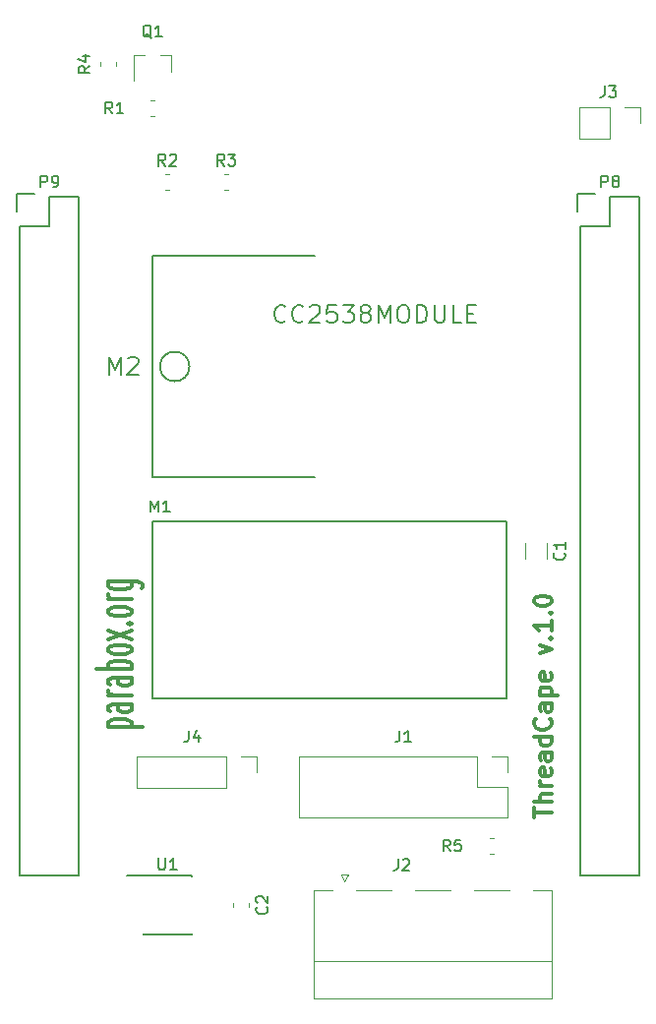
<source format=gto>
G04 #@! TF.GenerationSoftware,KiCad,Pcbnew,5.0.0-rc1-44a33f2~62~ubuntu16.04.1*
G04 #@! TF.CreationDate,2018-04-01T18:34:43+03:00*
G04 #@! TF.ProjectId,BeagleBone-Black-Cape,426561676C65426F6E652D426C61636B,rev?*
G04 #@! TF.SameCoordinates,Original*
G04 #@! TF.FileFunction,Legend,Top*
G04 #@! TF.FilePolarity,Positive*
%FSLAX46Y46*%
G04 Gerber Fmt 4.6, Leading zero omitted, Abs format (unit mm)*
G04 Created by KiCad (PCBNEW 5.0.0-rc1-44a33f2~62~ubuntu16.04.1) date Sun Apr  1 18:34:43 2018*
%MOMM*%
%LPD*%
G01*
G04 APERTURE LIST*
%ADD10C,0.300000*%
%ADD11C,0.150000*%
%ADD12C,0.120000*%
%ADD13C,0.127000*%
G04 APERTURE END LIST*
D10*
X159363671Y-114534542D02*
X159363671Y-113677400D01*
X160863671Y-114105971D02*
X159363671Y-114105971D01*
X160863671Y-113177400D02*
X159363671Y-113177400D01*
X160863671Y-112534542D02*
X160077957Y-112534542D01*
X159935100Y-112605971D01*
X159863671Y-112748828D01*
X159863671Y-112963114D01*
X159935100Y-113105971D01*
X160006528Y-113177400D01*
X160863671Y-111820257D02*
X159863671Y-111820257D01*
X160149385Y-111820257D02*
X160006528Y-111748828D01*
X159935100Y-111677400D01*
X159863671Y-111534542D01*
X159863671Y-111391685D01*
X160792242Y-110320257D02*
X160863671Y-110463114D01*
X160863671Y-110748828D01*
X160792242Y-110891685D01*
X160649385Y-110963114D01*
X160077957Y-110963114D01*
X159935100Y-110891685D01*
X159863671Y-110748828D01*
X159863671Y-110463114D01*
X159935100Y-110320257D01*
X160077957Y-110248828D01*
X160220814Y-110248828D01*
X160363671Y-110963114D01*
X160863671Y-108963114D02*
X160077957Y-108963114D01*
X159935100Y-109034542D01*
X159863671Y-109177400D01*
X159863671Y-109463114D01*
X159935100Y-109605971D01*
X160792242Y-108963114D02*
X160863671Y-109105971D01*
X160863671Y-109463114D01*
X160792242Y-109605971D01*
X160649385Y-109677400D01*
X160506528Y-109677400D01*
X160363671Y-109605971D01*
X160292242Y-109463114D01*
X160292242Y-109105971D01*
X160220814Y-108963114D01*
X160863671Y-107605971D02*
X159363671Y-107605971D01*
X160792242Y-107605971D02*
X160863671Y-107748828D01*
X160863671Y-108034542D01*
X160792242Y-108177400D01*
X160720814Y-108248828D01*
X160577957Y-108320257D01*
X160149385Y-108320257D01*
X160006528Y-108248828D01*
X159935100Y-108177400D01*
X159863671Y-108034542D01*
X159863671Y-107748828D01*
X159935100Y-107605971D01*
X160720814Y-106034542D02*
X160792242Y-106105971D01*
X160863671Y-106320257D01*
X160863671Y-106463114D01*
X160792242Y-106677400D01*
X160649385Y-106820257D01*
X160506528Y-106891685D01*
X160220814Y-106963114D01*
X160006528Y-106963114D01*
X159720814Y-106891685D01*
X159577957Y-106820257D01*
X159435100Y-106677400D01*
X159363671Y-106463114D01*
X159363671Y-106320257D01*
X159435100Y-106105971D01*
X159506528Y-106034542D01*
X160863671Y-104748828D02*
X160077957Y-104748828D01*
X159935100Y-104820257D01*
X159863671Y-104963114D01*
X159863671Y-105248828D01*
X159935100Y-105391685D01*
X160792242Y-104748828D02*
X160863671Y-104891685D01*
X160863671Y-105248828D01*
X160792242Y-105391685D01*
X160649385Y-105463114D01*
X160506528Y-105463114D01*
X160363671Y-105391685D01*
X160292242Y-105248828D01*
X160292242Y-104891685D01*
X160220814Y-104748828D01*
X159863671Y-104034542D02*
X161363671Y-104034542D01*
X159935100Y-104034542D02*
X159863671Y-103891685D01*
X159863671Y-103605971D01*
X159935100Y-103463114D01*
X160006528Y-103391685D01*
X160149385Y-103320257D01*
X160577957Y-103320257D01*
X160720814Y-103391685D01*
X160792242Y-103463114D01*
X160863671Y-103605971D01*
X160863671Y-103891685D01*
X160792242Y-104034542D01*
X160792242Y-102105971D02*
X160863671Y-102248828D01*
X160863671Y-102534542D01*
X160792242Y-102677400D01*
X160649385Y-102748828D01*
X160077957Y-102748828D01*
X159935100Y-102677400D01*
X159863671Y-102534542D01*
X159863671Y-102248828D01*
X159935100Y-102105971D01*
X160077957Y-102034542D01*
X160220814Y-102034542D01*
X160363671Y-102748828D01*
X159863671Y-100391685D02*
X160863671Y-100034542D01*
X159863671Y-99677400D01*
X160720814Y-99105971D02*
X160792242Y-99034542D01*
X160863671Y-99105971D01*
X160792242Y-99177400D01*
X160720814Y-99105971D01*
X160863671Y-99105971D01*
X160863671Y-97605971D02*
X160863671Y-98463114D01*
X160863671Y-98034542D02*
X159363671Y-98034542D01*
X159577957Y-98177400D01*
X159720814Y-98320257D01*
X159792242Y-98463114D01*
X160720814Y-96963114D02*
X160792242Y-96891685D01*
X160863671Y-96963114D01*
X160792242Y-97034542D01*
X160720814Y-96963114D01*
X160863671Y-96963114D01*
X159363671Y-95963114D02*
X159363671Y-95820257D01*
X159435100Y-95677400D01*
X159506528Y-95605971D01*
X159649385Y-95534542D01*
X159935100Y-95463114D01*
X160292242Y-95463114D01*
X160577957Y-95534542D01*
X160720814Y-95605971D01*
X160792242Y-95677400D01*
X160863671Y-95820257D01*
X160863671Y-95963114D01*
X160792242Y-96105971D01*
X160720814Y-96177400D01*
X160577957Y-96248828D01*
X160292242Y-96320257D01*
X159935100Y-96320257D01*
X159649385Y-96248828D01*
X159506528Y-96177400D01*
X159435100Y-96105971D01*
X159363671Y-95963114D01*
X122712242Y-106768114D02*
X125712242Y-106768114D01*
X122855100Y-106768114D02*
X122712242Y-106625257D01*
X122712242Y-106339542D01*
X122855100Y-106196685D01*
X122997957Y-106125257D01*
X123283671Y-106053828D01*
X124140814Y-106053828D01*
X124426528Y-106125257D01*
X124569385Y-106196685D01*
X124712242Y-106339542D01*
X124712242Y-106625257D01*
X124569385Y-106768114D01*
X124712242Y-104768114D02*
X123140814Y-104768114D01*
X122855100Y-104839542D01*
X122712242Y-104982399D01*
X122712242Y-105268114D01*
X122855100Y-105410971D01*
X124569385Y-104768114D02*
X124712242Y-104910971D01*
X124712242Y-105268114D01*
X124569385Y-105410971D01*
X124283671Y-105482399D01*
X123997957Y-105482399D01*
X123712242Y-105410971D01*
X123569385Y-105268114D01*
X123569385Y-104910971D01*
X123426528Y-104768114D01*
X124712242Y-104053828D02*
X122712242Y-104053828D01*
X123283671Y-104053828D02*
X122997957Y-103982399D01*
X122855100Y-103910971D01*
X122712242Y-103768114D01*
X122712242Y-103625257D01*
X124712242Y-102482399D02*
X123140814Y-102482399D01*
X122855100Y-102553828D01*
X122712242Y-102696685D01*
X122712242Y-102982399D01*
X122855100Y-103125257D01*
X124569385Y-102482399D02*
X124712242Y-102625257D01*
X124712242Y-102982399D01*
X124569385Y-103125257D01*
X124283671Y-103196685D01*
X123997957Y-103196685D01*
X123712242Y-103125257D01*
X123569385Y-102982399D01*
X123569385Y-102625257D01*
X123426528Y-102482399D01*
X124712242Y-101768114D02*
X121712242Y-101768114D01*
X122855100Y-101768114D02*
X122712242Y-101625257D01*
X122712242Y-101339542D01*
X122855100Y-101196685D01*
X122997957Y-101125257D01*
X123283671Y-101053828D01*
X124140814Y-101053828D01*
X124426528Y-101125257D01*
X124569385Y-101196685D01*
X124712242Y-101339542D01*
X124712242Y-101625257D01*
X124569385Y-101768114D01*
X124712242Y-100196685D02*
X124569385Y-100339542D01*
X124426528Y-100410971D01*
X124140814Y-100482399D01*
X123283671Y-100482399D01*
X122997957Y-100410971D01*
X122855100Y-100339542D01*
X122712242Y-100196685D01*
X122712242Y-99982399D01*
X122855100Y-99839542D01*
X122997957Y-99768114D01*
X123283671Y-99696685D01*
X124140814Y-99696685D01*
X124426528Y-99768114D01*
X124569385Y-99839542D01*
X124712242Y-99982399D01*
X124712242Y-100196685D01*
X124712242Y-99196685D02*
X122712242Y-98410971D01*
X122712242Y-99196685D02*
X124712242Y-98410971D01*
X124426528Y-97839542D02*
X124569385Y-97768114D01*
X124712242Y-97839542D01*
X124569385Y-97910971D01*
X124426528Y-97839542D01*
X124712242Y-97839542D01*
X124712242Y-96910971D02*
X124569385Y-97053828D01*
X124426528Y-97125257D01*
X124140814Y-97196685D01*
X123283671Y-97196685D01*
X122997957Y-97125257D01*
X122855100Y-97053828D01*
X122712242Y-96910971D01*
X122712242Y-96696685D01*
X122855100Y-96553828D01*
X122997957Y-96482399D01*
X123283671Y-96410971D01*
X124140814Y-96410971D01*
X124426528Y-96482399D01*
X124569385Y-96553828D01*
X124712242Y-96696685D01*
X124712242Y-96910971D01*
X124712242Y-95768114D02*
X122712242Y-95768114D01*
X123283671Y-95768114D02*
X122997957Y-95696685D01*
X122855100Y-95625257D01*
X122712242Y-95482399D01*
X122712242Y-95339542D01*
X122712242Y-94196685D02*
X125140814Y-94196685D01*
X125426528Y-94268114D01*
X125569385Y-94339542D01*
X125712242Y-94482399D01*
X125712242Y-94696685D01*
X125569385Y-94839542D01*
X124569385Y-94196685D02*
X124712242Y-94339542D01*
X124712242Y-94625257D01*
X124569385Y-94768114D01*
X124426528Y-94839542D01*
X124140814Y-94910971D01*
X123283671Y-94910971D01*
X122997957Y-94839542D01*
X122855100Y-94768114D01*
X122712242Y-94625257D01*
X122712242Y-94339542D01*
X122855100Y-94196685D01*
D11*
X168440100Y-119532400D02*
X168440100Y-61112400D01*
X163360100Y-119532400D02*
X163360100Y-63652400D01*
X168440100Y-119532400D02*
X163360100Y-119532400D01*
X168440100Y-61112400D02*
X165900100Y-61112400D01*
X164630100Y-60832400D02*
X163080100Y-60832400D01*
X165900100Y-61112400D02*
X165900100Y-63652400D01*
X165900100Y-63652400D02*
X163360100Y-63652400D01*
X163080100Y-60832400D02*
X163080100Y-62382400D01*
X120180100Y-119532400D02*
X120180100Y-61112400D01*
X115100100Y-119532400D02*
X115100100Y-63652400D01*
X120180100Y-119532400D02*
X115100100Y-119532400D01*
X120180100Y-61112400D02*
X117640100Y-61112400D01*
X116370100Y-60832400D02*
X114820100Y-60832400D01*
X117640100Y-61112400D02*
X117640100Y-63652400D01*
X117640100Y-63652400D02*
X115100100Y-63652400D01*
X114820100Y-60832400D02*
X114820100Y-62382400D01*
D12*
X160460100Y-90942400D02*
X160460100Y-92242400D01*
X158640100Y-90942400D02*
X158640100Y-92242400D01*
X134860100Y-121922400D02*
X134860100Y-122222400D01*
X133440100Y-121922400D02*
X133440100Y-122222400D01*
X139170100Y-109312400D02*
X139170100Y-114512400D01*
X154470100Y-109312400D02*
X139170100Y-109312400D01*
X157070100Y-114512400D02*
X139170100Y-114512400D01*
X154470100Y-109312400D02*
X154470100Y-111912400D01*
X154470100Y-111912400D02*
X157070100Y-111912400D01*
X157070100Y-111912400D02*
X157070100Y-114512400D01*
X155740100Y-109312400D02*
X157070100Y-109312400D01*
X157070100Y-109312400D02*
X157070100Y-110642400D01*
X140420100Y-120792400D02*
X140420100Y-130152400D01*
X140420100Y-130152400D02*
X160900100Y-130152400D01*
X160900100Y-130152400D02*
X160900100Y-120792400D01*
X140420100Y-120792400D02*
X141990100Y-120792400D01*
X160900100Y-120792400D02*
X159330100Y-120792400D01*
X144090100Y-120792400D02*
X147070100Y-120792400D01*
X149170100Y-120792400D02*
X152150100Y-120792400D01*
X154250100Y-120792400D02*
X157230100Y-120792400D01*
X140420100Y-126872400D02*
X160900100Y-126872400D01*
X143340100Y-119472400D02*
X143040100Y-120072400D01*
X143040100Y-120072400D02*
X142740100Y-119472400D01*
X142740100Y-119472400D02*
X143340100Y-119472400D01*
X163300100Y-53432400D02*
X163300100Y-56092400D01*
X165900100Y-53432400D02*
X163300100Y-53432400D01*
X165900100Y-56092400D02*
X163300100Y-56092400D01*
X165900100Y-53432400D02*
X165900100Y-56092400D01*
X167170100Y-53432400D02*
X168500100Y-53432400D01*
X168500100Y-53432400D02*
X168500100Y-54762400D01*
X125200100Y-109312400D02*
X125200100Y-111972400D01*
X132880100Y-109312400D02*
X125200100Y-109312400D01*
X132880100Y-111972400D02*
X125200100Y-111972400D01*
X132880100Y-109312400D02*
X132880100Y-111972400D01*
X134150100Y-109312400D02*
X135480100Y-109312400D01*
X135480100Y-109312400D02*
X135480100Y-110642400D01*
D11*
X157010100Y-89052400D02*
X126530100Y-89052400D01*
X126530100Y-89052400D02*
X126530100Y-104292400D01*
X126530100Y-104292400D02*
X157010100Y-104292400D01*
X157010100Y-104292400D02*
X157010100Y-89052400D01*
D12*
X128110100Y-48922400D02*
X127180100Y-48922400D01*
X124950100Y-48922400D02*
X125880100Y-48922400D01*
X124950100Y-48922400D02*
X124950100Y-51082400D01*
X128110100Y-48922400D02*
X128110100Y-50382400D01*
X126380100Y-52782400D02*
X126680100Y-52782400D01*
X126380100Y-54202400D02*
X126680100Y-54202400D01*
X127650100Y-59132400D02*
X127950100Y-59132400D01*
X127650100Y-60552400D02*
X127950100Y-60552400D01*
X132730100Y-59132400D02*
X133030100Y-59132400D01*
X132730100Y-60552400D02*
X133030100Y-60552400D01*
X122010100Y-49832400D02*
X122010100Y-49532400D01*
X123430100Y-49832400D02*
X123430100Y-49532400D01*
X155590100Y-116282400D02*
X155890100Y-116282400D01*
X155590100Y-117702400D02*
X155890100Y-117702400D01*
D11*
X125725100Y-119497400D02*
X125725100Y-119547400D01*
X129875100Y-119497400D02*
X129875100Y-119642400D01*
X129875100Y-124647400D02*
X129875100Y-124502400D01*
X125725100Y-124647400D02*
X125725100Y-124502400D01*
X125725100Y-119497400D02*
X129875100Y-119497400D01*
X125725100Y-124647400D02*
X129875100Y-124647400D01*
X125725100Y-119547400D02*
X124325100Y-119547400D01*
D13*
X126530100Y-85242400D02*
X126530100Y-66192400D01*
X126530100Y-85242400D02*
X140500100Y-85242400D01*
X126530100Y-66192400D02*
X140500100Y-66192400D01*
X129705100Y-75717400D02*
G75*
G03X129705100Y-75717400I-1270000J0D01*
G01*
D11*
X165162004Y-60294780D02*
X165162004Y-59294780D01*
X165542957Y-59294780D01*
X165638195Y-59342400D01*
X165685814Y-59390019D01*
X165733433Y-59485257D01*
X165733433Y-59628114D01*
X165685814Y-59723352D01*
X165638195Y-59770971D01*
X165542957Y-59818590D01*
X165162004Y-59818590D01*
X166304861Y-59723352D02*
X166209623Y-59675733D01*
X166162004Y-59628114D01*
X166114385Y-59532876D01*
X166114385Y-59485257D01*
X166162004Y-59390019D01*
X166209623Y-59342400D01*
X166304861Y-59294780D01*
X166495338Y-59294780D01*
X166590576Y-59342400D01*
X166638195Y-59390019D01*
X166685814Y-59485257D01*
X166685814Y-59532876D01*
X166638195Y-59628114D01*
X166590576Y-59675733D01*
X166495338Y-59723352D01*
X166304861Y-59723352D01*
X166209623Y-59770971D01*
X166162004Y-59818590D01*
X166114385Y-59913828D01*
X166114385Y-60104304D01*
X166162004Y-60199542D01*
X166209623Y-60247161D01*
X166304861Y-60294780D01*
X166495338Y-60294780D01*
X166590576Y-60247161D01*
X166638195Y-60199542D01*
X166685814Y-60104304D01*
X166685814Y-59913828D01*
X166638195Y-59818590D01*
X166590576Y-59770971D01*
X166495338Y-59723352D01*
X116902004Y-60294780D02*
X116902004Y-59294780D01*
X117282957Y-59294780D01*
X117378195Y-59342400D01*
X117425814Y-59390019D01*
X117473433Y-59485257D01*
X117473433Y-59628114D01*
X117425814Y-59723352D01*
X117378195Y-59770971D01*
X117282957Y-59818590D01*
X116902004Y-59818590D01*
X117949623Y-60294780D02*
X118140100Y-60294780D01*
X118235338Y-60247161D01*
X118282957Y-60199542D01*
X118378195Y-60056685D01*
X118425814Y-59866209D01*
X118425814Y-59485257D01*
X118378195Y-59390019D01*
X118330576Y-59342400D01*
X118235338Y-59294780D01*
X118044861Y-59294780D01*
X117949623Y-59342400D01*
X117902004Y-59390019D01*
X117854385Y-59485257D01*
X117854385Y-59723352D01*
X117902004Y-59818590D01*
X117949623Y-59866209D01*
X118044861Y-59913828D01*
X118235338Y-59913828D01*
X118330576Y-59866209D01*
X118378195Y-59818590D01*
X118425814Y-59723352D01*
X161957242Y-91759066D02*
X162004861Y-91806685D01*
X162052480Y-91949542D01*
X162052480Y-92044780D01*
X162004861Y-92187638D01*
X161909623Y-92282876D01*
X161814385Y-92330495D01*
X161623909Y-92378114D01*
X161481052Y-92378114D01*
X161290576Y-92330495D01*
X161195338Y-92282876D01*
X161100100Y-92187638D01*
X161052480Y-92044780D01*
X161052480Y-91949542D01*
X161100100Y-91806685D01*
X161147719Y-91759066D01*
X162052480Y-90806685D02*
X162052480Y-91378114D01*
X162052480Y-91092400D02*
X161052480Y-91092400D01*
X161195338Y-91187638D01*
X161290576Y-91282876D01*
X161338195Y-91378114D01*
X136357242Y-122239066D02*
X136404861Y-122286685D01*
X136452480Y-122429542D01*
X136452480Y-122524780D01*
X136404861Y-122667638D01*
X136309623Y-122762876D01*
X136214385Y-122810495D01*
X136023909Y-122858114D01*
X135881052Y-122858114D01*
X135690576Y-122810495D01*
X135595338Y-122762876D01*
X135500100Y-122667638D01*
X135452480Y-122524780D01*
X135452480Y-122429542D01*
X135500100Y-122286685D01*
X135547719Y-122239066D01*
X135547719Y-121858114D02*
X135500100Y-121810495D01*
X135452480Y-121715257D01*
X135452480Y-121477161D01*
X135500100Y-121381923D01*
X135547719Y-121334304D01*
X135642957Y-121286685D01*
X135738195Y-121286685D01*
X135881052Y-121334304D01*
X136452480Y-121905733D01*
X136452480Y-121286685D01*
X147786766Y-107046780D02*
X147786766Y-107761066D01*
X147739147Y-107903923D01*
X147643909Y-107999161D01*
X147501052Y-108046780D01*
X147405814Y-108046780D01*
X148786766Y-108046780D02*
X148215338Y-108046780D01*
X148501052Y-108046780D02*
X148501052Y-107046780D01*
X148405814Y-107189638D01*
X148310576Y-107284876D01*
X148215338Y-107332495D01*
X147659766Y-118095780D02*
X147659766Y-118810066D01*
X147612147Y-118952923D01*
X147516909Y-119048161D01*
X147374052Y-119095780D01*
X147278814Y-119095780D01*
X148088338Y-118191019D02*
X148135957Y-118143400D01*
X148231195Y-118095780D01*
X148469290Y-118095780D01*
X148564528Y-118143400D01*
X148612147Y-118191019D01*
X148659766Y-118286257D01*
X148659766Y-118381495D01*
X148612147Y-118524352D01*
X148040719Y-119095780D01*
X148659766Y-119095780D01*
X165439766Y-51547780D02*
X165439766Y-52262066D01*
X165392147Y-52404923D01*
X165296909Y-52500161D01*
X165154052Y-52547780D01*
X165058814Y-52547780D01*
X165820719Y-51547780D02*
X166439766Y-51547780D01*
X166106433Y-51928733D01*
X166249290Y-51928733D01*
X166344528Y-51976352D01*
X166392147Y-52023971D01*
X166439766Y-52119209D01*
X166439766Y-52357304D01*
X166392147Y-52452542D01*
X166344528Y-52500161D01*
X166249290Y-52547780D01*
X165963576Y-52547780D01*
X165868338Y-52500161D01*
X165820719Y-52452542D01*
X129625766Y-107046780D02*
X129625766Y-107761066D01*
X129578147Y-107903923D01*
X129482909Y-107999161D01*
X129340052Y-108046780D01*
X129244814Y-108046780D01*
X130530528Y-107380114D02*
X130530528Y-108046780D01*
X130292433Y-106999161D02*
X130054338Y-107713447D01*
X130673385Y-107713447D01*
X126355576Y-88234780D02*
X126355576Y-87234780D01*
X126688909Y-87949066D01*
X127022242Y-87234780D01*
X127022242Y-88234780D01*
X128022242Y-88234780D02*
X127450814Y-88234780D01*
X127736528Y-88234780D02*
X127736528Y-87234780D01*
X127641290Y-87377638D01*
X127546052Y-87472876D01*
X127450814Y-87520495D01*
X126434861Y-47436019D02*
X126339623Y-47388400D01*
X126244385Y-47293161D01*
X126101528Y-47150304D01*
X126006290Y-47102685D01*
X125911052Y-47102685D01*
X125958671Y-47340780D02*
X125863433Y-47293161D01*
X125768195Y-47197923D01*
X125720576Y-47007447D01*
X125720576Y-46674114D01*
X125768195Y-46483638D01*
X125863433Y-46388400D01*
X125958671Y-46340780D01*
X126149147Y-46340780D01*
X126244385Y-46388400D01*
X126339623Y-46483638D01*
X126387242Y-46674114D01*
X126387242Y-47007447D01*
X126339623Y-47197923D01*
X126244385Y-47293161D01*
X126149147Y-47340780D01*
X125958671Y-47340780D01*
X127339623Y-47340780D02*
X126768195Y-47340780D01*
X127053909Y-47340780D02*
X127053909Y-46340780D01*
X126958671Y-46483638D01*
X126863433Y-46578876D01*
X126768195Y-46626495D01*
X123061433Y-53944780D02*
X122728100Y-53468590D01*
X122490004Y-53944780D02*
X122490004Y-52944780D01*
X122870957Y-52944780D01*
X122966195Y-52992400D01*
X123013814Y-53040019D01*
X123061433Y-53135257D01*
X123061433Y-53278114D01*
X123013814Y-53373352D01*
X122966195Y-53420971D01*
X122870957Y-53468590D01*
X122490004Y-53468590D01*
X124013814Y-53944780D02*
X123442385Y-53944780D01*
X123728100Y-53944780D02*
X123728100Y-52944780D01*
X123632861Y-53087638D01*
X123537623Y-53182876D01*
X123442385Y-53230495D01*
X127633433Y-58444780D02*
X127300100Y-57968590D01*
X127062004Y-58444780D02*
X127062004Y-57444780D01*
X127442957Y-57444780D01*
X127538195Y-57492400D01*
X127585814Y-57540019D01*
X127633433Y-57635257D01*
X127633433Y-57778114D01*
X127585814Y-57873352D01*
X127538195Y-57920971D01*
X127442957Y-57968590D01*
X127062004Y-57968590D01*
X128014385Y-57540019D02*
X128062004Y-57492400D01*
X128157242Y-57444780D01*
X128395338Y-57444780D01*
X128490576Y-57492400D01*
X128538195Y-57540019D01*
X128585814Y-57635257D01*
X128585814Y-57730495D01*
X128538195Y-57873352D01*
X127966766Y-58444780D01*
X128585814Y-58444780D01*
X132713433Y-58444780D02*
X132380100Y-57968590D01*
X132142004Y-58444780D02*
X132142004Y-57444780D01*
X132522957Y-57444780D01*
X132618195Y-57492400D01*
X132665814Y-57540019D01*
X132713433Y-57635257D01*
X132713433Y-57778114D01*
X132665814Y-57873352D01*
X132618195Y-57920971D01*
X132522957Y-57968590D01*
X132142004Y-57968590D01*
X133046766Y-57444780D02*
X133665814Y-57444780D01*
X133332480Y-57825733D01*
X133475338Y-57825733D01*
X133570576Y-57873352D01*
X133618195Y-57920971D01*
X133665814Y-58016209D01*
X133665814Y-58254304D01*
X133618195Y-58349542D01*
X133570576Y-58397161D01*
X133475338Y-58444780D01*
X133189623Y-58444780D01*
X133094385Y-58397161D01*
X133046766Y-58349542D01*
X121140480Y-49849066D02*
X120664290Y-50182400D01*
X121140480Y-50420495D02*
X120140480Y-50420495D01*
X120140480Y-50039542D01*
X120188100Y-49944304D01*
X120235719Y-49896685D01*
X120330957Y-49849066D01*
X120473814Y-49849066D01*
X120569052Y-49896685D01*
X120616671Y-49944304D01*
X120664290Y-50039542D01*
X120664290Y-50420495D01*
X120473814Y-48991923D02*
X121140480Y-48991923D01*
X120092861Y-49230019D02*
X120807147Y-49468114D01*
X120807147Y-48849066D01*
X152144433Y-117444780D02*
X151811100Y-116968590D01*
X151573004Y-117444780D02*
X151573004Y-116444780D01*
X151953957Y-116444780D01*
X152049195Y-116492400D01*
X152096814Y-116540019D01*
X152144433Y-116635257D01*
X152144433Y-116778114D01*
X152096814Y-116873352D01*
X152049195Y-116920971D01*
X151953957Y-116968590D01*
X151573004Y-116968590D01*
X153049195Y-116444780D02*
X152573004Y-116444780D01*
X152525385Y-116920971D01*
X152573004Y-116873352D01*
X152668242Y-116825733D01*
X152906338Y-116825733D01*
X153001576Y-116873352D01*
X153049195Y-116920971D01*
X153096814Y-117016209D01*
X153096814Y-117254304D01*
X153049195Y-117349542D01*
X153001576Y-117397161D01*
X152906338Y-117444780D01*
X152668242Y-117444780D01*
X152573004Y-117397161D01*
X152525385Y-117349542D01*
X127038195Y-118024780D02*
X127038195Y-118834304D01*
X127085814Y-118929542D01*
X127133433Y-118977161D01*
X127228671Y-119024780D01*
X127419147Y-119024780D01*
X127514385Y-118977161D01*
X127562004Y-118929542D01*
X127609623Y-118834304D01*
X127609623Y-118024780D01*
X128609623Y-119024780D02*
X128038195Y-119024780D01*
X128323909Y-119024780D02*
X128323909Y-118024780D01*
X128228671Y-118167638D01*
X128133433Y-118262876D01*
X128038195Y-118310495D01*
X122756385Y-76406828D02*
X122756385Y-74882828D01*
X123264385Y-75971400D01*
X123772385Y-74882828D01*
X123772385Y-76406828D01*
X124425528Y-75027971D02*
X124498100Y-74955400D01*
X124643242Y-74882828D01*
X125006100Y-74882828D01*
X125151242Y-74955400D01*
X125223814Y-75027971D01*
X125296385Y-75173114D01*
X125296385Y-75318257D01*
X125223814Y-75535971D01*
X124352957Y-76406828D01*
X125296385Y-76406828D01*
X137978242Y-71816685D02*
X137905671Y-71889257D01*
X137687957Y-71961828D01*
X137542814Y-71961828D01*
X137325100Y-71889257D01*
X137179957Y-71744114D01*
X137107385Y-71598971D01*
X137034814Y-71308685D01*
X137034814Y-71090971D01*
X137107385Y-70800685D01*
X137179957Y-70655542D01*
X137325100Y-70510400D01*
X137542814Y-70437828D01*
X137687957Y-70437828D01*
X137905671Y-70510400D01*
X137978242Y-70582971D01*
X139502242Y-71816685D02*
X139429671Y-71889257D01*
X139211957Y-71961828D01*
X139066814Y-71961828D01*
X138849100Y-71889257D01*
X138703957Y-71744114D01*
X138631385Y-71598971D01*
X138558814Y-71308685D01*
X138558814Y-71090971D01*
X138631385Y-70800685D01*
X138703957Y-70655542D01*
X138849100Y-70510400D01*
X139066814Y-70437828D01*
X139211957Y-70437828D01*
X139429671Y-70510400D01*
X139502242Y-70582971D01*
X140082814Y-70582971D02*
X140155385Y-70510400D01*
X140300528Y-70437828D01*
X140663385Y-70437828D01*
X140808528Y-70510400D01*
X140881100Y-70582971D01*
X140953671Y-70728114D01*
X140953671Y-70873257D01*
X140881100Y-71090971D01*
X140010242Y-71961828D01*
X140953671Y-71961828D01*
X142332528Y-70437828D02*
X141606814Y-70437828D01*
X141534242Y-71163542D01*
X141606814Y-71090971D01*
X141751957Y-71018400D01*
X142114814Y-71018400D01*
X142259957Y-71090971D01*
X142332528Y-71163542D01*
X142405100Y-71308685D01*
X142405100Y-71671542D01*
X142332528Y-71816685D01*
X142259957Y-71889257D01*
X142114814Y-71961828D01*
X141751957Y-71961828D01*
X141606814Y-71889257D01*
X141534242Y-71816685D01*
X142913100Y-70437828D02*
X143856528Y-70437828D01*
X143348528Y-71018400D01*
X143566242Y-71018400D01*
X143711385Y-71090971D01*
X143783957Y-71163542D01*
X143856528Y-71308685D01*
X143856528Y-71671542D01*
X143783957Y-71816685D01*
X143711385Y-71889257D01*
X143566242Y-71961828D01*
X143130814Y-71961828D01*
X142985671Y-71889257D01*
X142913100Y-71816685D01*
X144727385Y-71090971D02*
X144582242Y-71018400D01*
X144509671Y-70945828D01*
X144437100Y-70800685D01*
X144437100Y-70728114D01*
X144509671Y-70582971D01*
X144582242Y-70510400D01*
X144727385Y-70437828D01*
X145017671Y-70437828D01*
X145162814Y-70510400D01*
X145235385Y-70582971D01*
X145307957Y-70728114D01*
X145307957Y-70800685D01*
X145235385Y-70945828D01*
X145162814Y-71018400D01*
X145017671Y-71090971D01*
X144727385Y-71090971D01*
X144582242Y-71163542D01*
X144509671Y-71236114D01*
X144437100Y-71381257D01*
X144437100Y-71671542D01*
X144509671Y-71816685D01*
X144582242Y-71889257D01*
X144727385Y-71961828D01*
X145017671Y-71961828D01*
X145162814Y-71889257D01*
X145235385Y-71816685D01*
X145307957Y-71671542D01*
X145307957Y-71381257D01*
X145235385Y-71236114D01*
X145162814Y-71163542D01*
X145017671Y-71090971D01*
X145961100Y-71961828D02*
X145961100Y-70437828D01*
X146469100Y-71526400D01*
X146977100Y-70437828D01*
X146977100Y-71961828D01*
X147993100Y-70437828D02*
X148283385Y-70437828D01*
X148428528Y-70510400D01*
X148573671Y-70655542D01*
X148646242Y-70945828D01*
X148646242Y-71453828D01*
X148573671Y-71744114D01*
X148428528Y-71889257D01*
X148283385Y-71961828D01*
X147993100Y-71961828D01*
X147847957Y-71889257D01*
X147702814Y-71744114D01*
X147630242Y-71453828D01*
X147630242Y-70945828D01*
X147702814Y-70655542D01*
X147847957Y-70510400D01*
X147993100Y-70437828D01*
X149299385Y-71961828D02*
X149299385Y-70437828D01*
X149662242Y-70437828D01*
X149879957Y-70510400D01*
X150025100Y-70655542D01*
X150097671Y-70800685D01*
X150170242Y-71090971D01*
X150170242Y-71308685D01*
X150097671Y-71598971D01*
X150025100Y-71744114D01*
X149879957Y-71889257D01*
X149662242Y-71961828D01*
X149299385Y-71961828D01*
X150823385Y-70437828D02*
X150823385Y-71671542D01*
X150895957Y-71816685D01*
X150968528Y-71889257D01*
X151113671Y-71961828D01*
X151403957Y-71961828D01*
X151549100Y-71889257D01*
X151621671Y-71816685D01*
X151694242Y-71671542D01*
X151694242Y-70437828D01*
X153145671Y-71961828D02*
X152419957Y-71961828D01*
X152419957Y-70437828D01*
X153653671Y-71163542D02*
X154161671Y-71163542D01*
X154379385Y-71961828D02*
X153653671Y-71961828D01*
X153653671Y-70437828D01*
X154379385Y-70437828D01*
M02*

</source>
